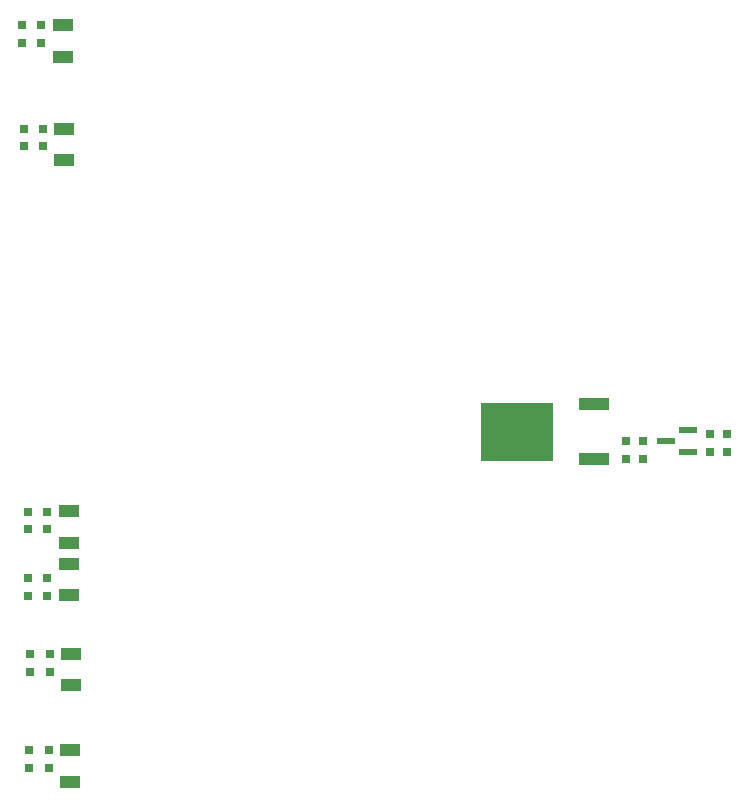
<source format=gbr>
%FSTAX23Y23*%
%MOIN*%
%SFA1B1*%

%IPPOS*%
%ADD10R,0.029527X0.031496*%
%ADD11R,0.062992X0.023622*%
%ADD12R,0.244094X0.192913*%
%ADD13R,0.102362X0.039370*%
%ADD14R,0.066929X0.043307*%
%LNpcb.psu.dcdc.001.a1_paste_top-1*%
%LPD*%
G54D10*
X02773Y01813D03*
Y01873D03*
X02717Y01813D03*
Y01873D03*
X02491Y01792D03*
Y01851D03*
X02436D03*
Y01792D03*
X00447Y0076D03*
Y00819D03*
X00512Y0076D03*
Y00819D03*
X0045Y01082D03*
Y01141D03*
X00514Y01082D03*
Y01141D03*
X00443Y01556D03*
Y01615D03*
X00507Y01556D03*
Y01615D03*
X00443Y01335D03*
Y01394D03*
X00507Y01335D03*
Y01394D03*
X00428Y02833D03*
Y02892D03*
X00492Y02833D03*
X00492Y02892D03*
X00423Y03177D03*
Y03236D03*
X00487Y03177D03*
Y03236D03*
G54D11*
X02641Y01813D03*
Y01888D03*
X0257Y01851D03*
G54D12*
X02073Y01882D03*
G54D13*
X02329Y01973D03*
Y01792D03*
G54D14*
X00583Y00819D03*
Y00713D03*
X00585Y01142D03*
Y01036D03*
X0058Y01442D03*
Y01336D03*
X00579Y01616D03*
Y01509D03*
X00563Y02892D03*
Y02786D03*
X00559Y03236D03*
Y03129D03*
M02*
</source>
